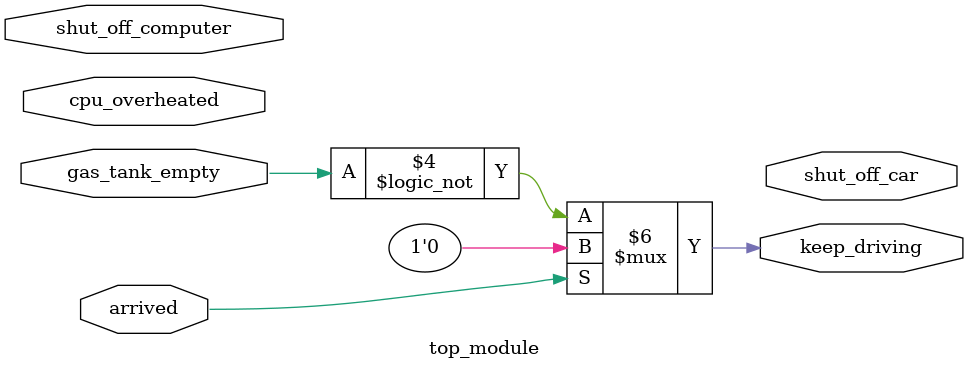
<source format=sv>
module top_module (
    input cpu_overheated,
    input arrived,
    input gas_tank_empty,
    input shut_off_computer,
    output keep_driving,
    output shut_off_car
);

    reg keep_driving;
    reg shut_off_car;
    
    always @(*) begin
        if (cpu_overheated)
            shut_off_computer = 1;
        else
            shut_off_computer = 0;
    end
    
    always @(*) begin
        if (!arrived) 
            keep_driving = !gas_tank_empty;
        else
            keep_driving = 0;
    end

endmodule

</source>
